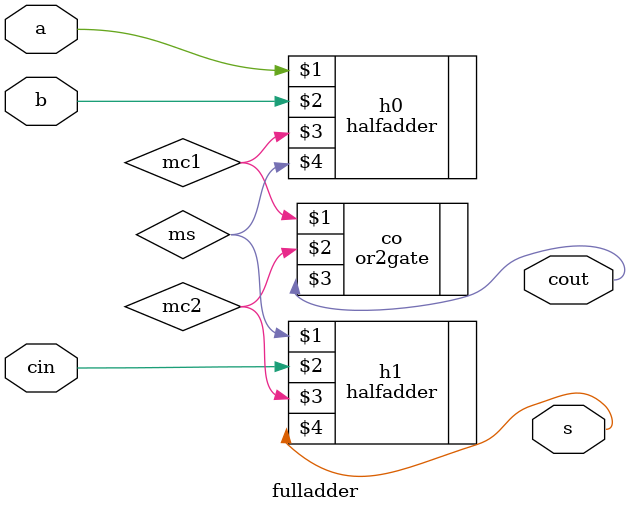
<source format=v>
module fulladder(a,b,cin,cout,s);
  input a,b,cin;
  output cout, s;
  wire ms, mc1, mc2; 

  halfadder h0(a,b,mc1,ms);
  halfadder h1(ms,cin,mc2,s);
  or2gate co(mc1,mc2,cout);
    
endmodule
</source>
